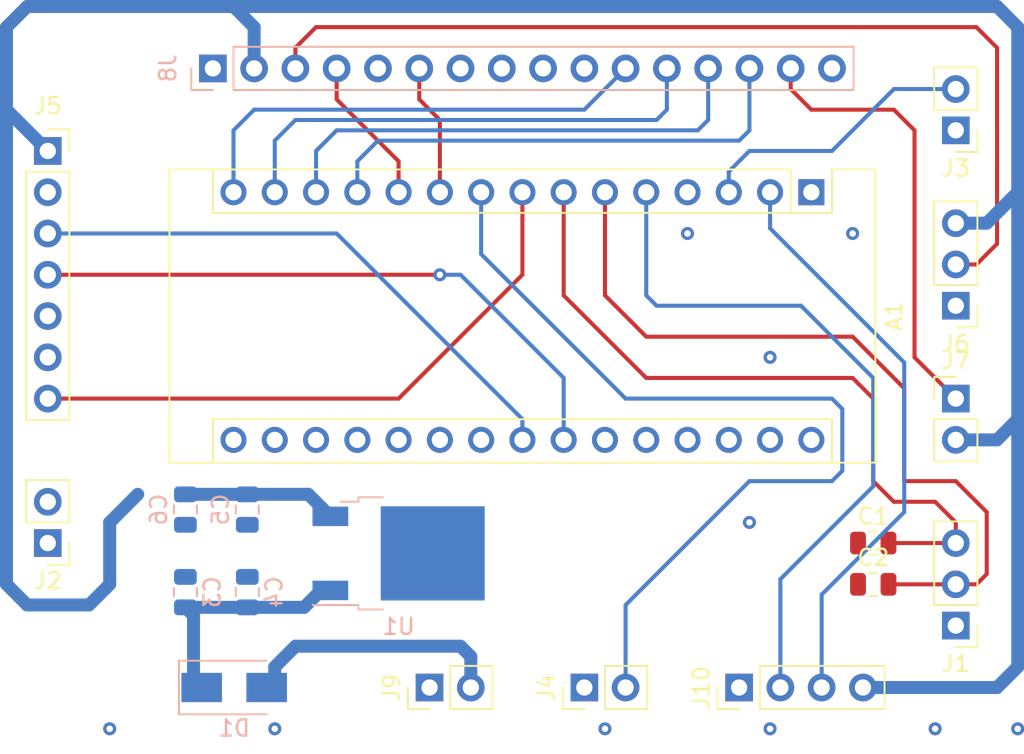
<source format=kicad_pcb>
(kicad_pcb (version 20171130) (host pcbnew "(5.1.6)-1")

  (general
    (thickness 1.6)
    (drawings 0)
    (tracks 143)
    (zones 0)
    (modules 19)
    (nets 40)
  )

  (page A4)
  (layers
    (0 F.Cu signal)
    (31 B.Cu signal)
    (32 B.Adhes user hide)
    (33 F.Adhes user hide)
    (34 B.Paste user hide)
    (35 F.Paste user hide)
    (36 B.SilkS user)
    (37 F.SilkS user)
    (38 B.Mask user hide)
    (39 F.Mask user hide)
    (40 Dwgs.User user hide)
    (41 Cmts.User user hide)
    (42 Eco1.User user hide)
    (43 Eco2.User user hide)
    (44 Edge.Cuts user hide)
    (45 Margin user hide)
    (46 B.CrtYd user hide)
    (47 F.CrtYd user hide)
    (48 B.Fab user)
    (49 F.Fab user)
  )

  (setup
    (last_trace_width 0.25)
    (user_trace_width 0.8)
    (user_trace_width 1)
    (trace_clearance 0.2)
    (zone_clearance 0.254)
    (zone_45_only no)
    (trace_min 0.2)
    (via_size 0.8)
    (via_drill 0.4)
    (via_min_size 0.4)
    (via_min_drill 0.3)
    (uvia_size 0.3)
    (uvia_drill 0.1)
    (uvias_allowed no)
    (uvia_min_size 0.2)
    (uvia_min_drill 0.1)
    (edge_width 0.05)
    (segment_width 0.2)
    (pcb_text_width 0.3)
    (pcb_text_size 1.5 1.5)
    (mod_edge_width 0.12)
    (mod_text_size 1 1)
    (mod_text_width 0.15)
    (pad_size 1.524 1.524)
    (pad_drill 0.762)
    (pad_to_mask_clearance 0.05)
    (aux_axis_origin 0 0)
    (visible_elements 7FFFFFFF)
    (pcbplotparams
      (layerselection 0x010fc_ffffffff)
      (usegerberextensions false)
      (usegerberattributes true)
      (usegerberadvancedattributes true)
      (creategerberjobfile true)
      (excludeedgelayer true)
      (linewidth 0.100000)
      (plotframeref false)
      (viasonmask false)
      (mode 1)
      (useauxorigin false)
      (hpglpennumber 1)
      (hpglpenspeed 20)
      (hpglpendiameter 15.000000)
      (psnegative false)
      (psa4output false)
      (plotreference true)
      (plotvalue true)
      (plotinvisibletext false)
      (padsonsilk false)
      (subtractmaskfromsilk false)
      (outputformat 1)
      (mirror false)
      (drillshape 1)
      (scaleselection 1)
      (outputdirectory ""))
  )

  (net 0 "")
  (net 1 "Net-(A1-Pad16)")
  (net 2 D7)
  (net 3 "Net-(A1-Pad30)")
  (net 4 D6)
  (net 5 K)
  (net 6 D5)
  (net 7 "Net-(A1-Pad28)")
  (net 8 D4)
  (net 9 RS)
  (net 10 "Net-(A1-Pad26)")
  (net 11 "Net-(A1-Pad25)")
  (net 12 Résolution)
  (net 13 SCL)
  (net 14 CLK0)
  (net 15 SDA)
  (net 16 RotaryB)
  (net 17 Bande)
  (net 18 RotaryA)
  (net 19 "Net-(A1-Pad21)")
  (net 20 "Net-(A1-Pad20)")
  (net 21 "Net-(A1-Pad19)")
  (net 22 RST)
  (net 23 "Net-(A1-Pad18)")
  (net 24 "Net-(A1-Pad17)")
  (net 25 "Net-(A1-Pad1)")
  (net 26 V0)
  (net 27 A)
  (net 28 "Net-(J8-Pad10)")
  (net 29 "Net-(J8-Pad9)")
  (net 30 "Net-(J8-Pad8)")
  (net 31 "Net-(J8-Pad7)")
  (net 32 +5V)
  (net 33 PPS)
  (net 34 GPS_RX)
  (net 35 E)
  (net 36 +12V)
  (net 37 "Net-(J5-Pad6)")
  (net 38 "Net-(J5-Pad5)")
  (net 39 "Net-(C3-Pad1)")

  (net_class Default "This is the default net class."
    (clearance 0.2)
    (trace_width 0.25)
    (via_dia 0.8)
    (via_drill 0.4)
    (uvia_dia 0.3)
    (uvia_drill 0.1)
    (add_net +12V)
    (add_net +5V)
    (add_net A)
    (add_net Bande)
    (add_net CLK0)
    (add_net D4)
    (add_net D5)
    (add_net D6)
    (add_net D7)
    (add_net E)
    (add_net GPS_RX)
    (add_net K)
    (add_net "Net-(A1-Pad1)")
    (add_net "Net-(A1-Pad16)")
    (add_net "Net-(A1-Pad17)")
    (add_net "Net-(A1-Pad18)")
    (add_net "Net-(A1-Pad19)")
    (add_net "Net-(A1-Pad20)")
    (add_net "Net-(A1-Pad21)")
    (add_net "Net-(A1-Pad25)")
    (add_net "Net-(A1-Pad26)")
    (add_net "Net-(A1-Pad28)")
    (add_net "Net-(A1-Pad30)")
    (add_net "Net-(C3-Pad1)")
    (add_net "Net-(J5-Pad5)")
    (add_net "Net-(J5-Pad6)")
    (add_net "Net-(J8-Pad10)")
    (add_net "Net-(J8-Pad7)")
    (add_net "Net-(J8-Pad8)")
    (add_net "Net-(J8-Pad9)")
    (add_net PPS)
    (add_net RS)
    (add_net RST)
    (add_net RotaryA)
    (add_net RotaryB)
    (add_net Résolution)
    (add_net SCL)
    (add_net SDA)
    (add_net V0)
  )

  (module Diode_SMD:D_SMA (layer B.Cu) (tedit 586432E5) (tstamp 5F2AF870)
    (at 104.18 68.58)
    (descr "Diode SMA (DO-214AC)")
    (tags "Diode SMA (DO-214AC)")
    (path /5F441BF1)
    (attr smd)
    (fp_text reference D1 (at 0 2.5) (layer B.SilkS)
      (effects (font (size 1 1) (thickness 0.15)) (justify mirror))
    )
    (fp_text value D_Schottky (at 0 -2.6) (layer B.Fab)
      (effects (font (size 1 1) (thickness 0.15)) (justify mirror))
    )
    (fp_text user %R (at 0 2.5) (layer B.Fab)
      (effects (font (size 1 1) (thickness 0.15)) (justify mirror))
    )
    (fp_line (start -3.4 1.65) (end -3.4 -1.65) (layer B.SilkS) (width 0.12))
    (fp_line (start 2.3 -1.5) (end -2.3 -1.5) (layer B.Fab) (width 0.1))
    (fp_line (start -2.3 -1.5) (end -2.3 1.5) (layer B.Fab) (width 0.1))
    (fp_line (start 2.3 1.5) (end 2.3 -1.5) (layer B.Fab) (width 0.1))
    (fp_line (start 2.3 1.5) (end -2.3 1.5) (layer B.Fab) (width 0.1))
    (fp_line (start -3.5 1.75) (end 3.5 1.75) (layer B.CrtYd) (width 0.05))
    (fp_line (start 3.5 1.75) (end 3.5 -1.75) (layer B.CrtYd) (width 0.05))
    (fp_line (start 3.5 -1.75) (end -3.5 -1.75) (layer B.CrtYd) (width 0.05))
    (fp_line (start -3.5 -1.75) (end -3.5 1.75) (layer B.CrtYd) (width 0.05))
    (fp_line (start -0.64944 -0.00102) (end -1.55114 -0.00102) (layer B.Fab) (width 0.1))
    (fp_line (start 0.50118 -0.00102) (end 1.4994 -0.00102) (layer B.Fab) (width 0.1))
    (fp_line (start -0.64944 0.79908) (end -0.64944 -0.80112) (layer B.Fab) (width 0.1))
    (fp_line (start 0.50118 -0.75032) (end 0.50118 0.79908) (layer B.Fab) (width 0.1))
    (fp_line (start -0.64944 -0.00102) (end 0.50118 -0.75032) (layer B.Fab) (width 0.1))
    (fp_line (start -0.64944 -0.00102) (end 0.50118 0.79908) (layer B.Fab) (width 0.1))
    (fp_line (start -3.4 -1.65) (end 2 -1.65) (layer B.SilkS) (width 0.12))
    (fp_line (start -3.4 1.65) (end 2 1.65) (layer B.SilkS) (width 0.12))
    (pad 2 smd rect (at 2 0) (size 2.5 1.8) (layers B.Cu B.Paste B.Mask)
      (net 36 +12V))
    (pad 1 smd rect (at -2 0) (size 2.5 1.8) (layers B.Cu B.Paste B.Mask)
      (net 39 "Net-(C3-Pad1)"))
    (model ${KISYS3DMOD}/Diode_SMD.3dshapes/D_SMA.wrl
      (at (xyz 0 0 0))
      (scale (xyz 1 1 1))
      (rotate (xyz 0 0 0))
    )
  )

  (module Package_TO_SOT_SMD:TO-252-2 (layer B.Cu) (tedit 5A70A390) (tstamp 5F2AFA66)
    (at 114.3 60.325)
    (descr "TO-252 / DPAK SMD package, http://www.infineon.com/cms/en/product/packages/PG-TO252/PG-TO252-3-1/")
    (tags "DPAK TO-252 DPAK-3 TO-252-3 SOT-428")
    (path /5F44051C)
    (attr smd)
    (fp_text reference U1 (at 0 4.5 180) (layer B.SilkS)
      (effects (font (size 1 1) (thickness 0.15)) (justify mirror))
    )
    (fp_text value L7805 (at 0 -4.5 180) (layer B.Fab)
      (effects (font (size 1 1) (thickness 0.15)) (justify mirror))
    )
    (fp_line (start 5.55 3.5) (end -5.55 3.5) (layer B.CrtYd) (width 0.05))
    (fp_line (start 5.55 -3.5) (end 5.55 3.5) (layer B.CrtYd) (width 0.05))
    (fp_line (start -5.55 -3.5) (end 5.55 -3.5) (layer B.CrtYd) (width 0.05))
    (fp_line (start -5.55 3.5) (end -5.55 -3.5) (layer B.CrtYd) (width 0.05))
    (fp_line (start -2.47 -3.18) (end -3.57 -3.18) (layer B.SilkS) (width 0.12))
    (fp_line (start -2.47 -3.45) (end -2.47 -3.18) (layer B.SilkS) (width 0.12))
    (fp_line (start -0.97 -3.45) (end -2.47 -3.45) (layer B.SilkS) (width 0.12))
    (fp_line (start -2.47 3.18) (end -5.3 3.18) (layer B.SilkS) (width 0.12))
    (fp_line (start -2.47 3.45) (end -2.47 3.18) (layer B.SilkS) (width 0.12))
    (fp_line (start -0.97 3.45) (end -2.47 3.45) (layer B.SilkS) (width 0.12))
    (fp_line (start -4.97 -2.655) (end -2.27 -2.655) (layer B.Fab) (width 0.1))
    (fp_line (start -4.97 -1.905) (end -4.97 -2.655) (layer B.Fab) (width 0.1))
    (fp_line (start -2.27 -1.905) (end -4.97 -1.905) (layer B.Fab) (width 0.1))
    (fp_line (start -4.97 1.905) (end -2.27 1.905) (layer B.Fab) (width 0.1))
    (fp_line (start -4.97 2.655) (end -4.97 1.905) (layer B.Fab) (width 0.1))
    (fp_line (start -1.865 2.655) (end -4.97 2.655) (layer B.Fab) (width 0.1))
    (fp_line (start -1.27 3.25) (end 3.95 3.25) (layer B.Fab) (width 0.1))
    (fp_line (start -2.27 2.25) (end -1.27 3.25) (layer B.Fab) (width 0.1))
    (fp_line (start -2.27 -3.25) (end -2.27 2.25) (layer B.Fab) (width 0.1))
    (fp_line (start 3.95 -3.25) (end -2.27 -3.25) (layer B.Fab) (width 0.1))
    (fp_line (start 3.95 3.25) (end 3.95 -3.25) (layer B.Fab) (width 0.1))
    (fp_line (start 4.95 -2.7) (end 3.95 -2.7) (layer B.Fab) (width 0.1))
    (fp_line (start 4.95 2.7) (end 4.95 -2.7) (layer B.Fab) (width 0.1))
    (fp_line (start 3.95 2.7) (end 4.95 2.7) (layer B.Fab) (width 0.1))
    (fp_text user %R (at 0 0 180) (layer B.Fab)
      (effects (font (size 1 1) (thickness 0.15)) (justify mirror))
    )
    (pad "" smd rect (at 0.425 -1.525) (size 3.05 2.75) (layers B.Paste))
    (pad "" smd rect (at 3.775 1.525) (size 3.05 2.75) (layers B.Paste))
    (pad "" smd rect (at 0.425 1.525) (size 3.05 2.75) (layers B.Paste))
    (pad "" smd rect (at 3.775 -1.525) (size 3.05 2.75) (layers B.Paste))
    (pad 2 smd rect (at 2.1 0) (size 6.4 5.8) (layers B.Cu B.Mask)
      (net 5 K))
    (pad 3 smd rect (at -4.2 -2.28) (size 2.2 1.2) (layers B.Cu B.Paste B.Mask)
      (net 32 +5V))
    (pad 1 smd rect (at -4.2 2.28) (size 2.2 1.2) (layers B.Cu B.Paste B.Mask)
      (net 39 "Net-(C3-Pad1)"))
    (model ${KISYS3DMOD}/Package_TO_SOT_SMD.3dshapes/TO-252-2.wrl
      (at (xyz 0 0 0))
      (scale (xyz 1 1 1))
      (rotate (xyz 0 0 0))
    )
  )

  (module Module:Arduino_Nano (layer F.Cu) (tedit 58ACAF70) (tstamp 5F2AF798)
    (at 139.7 38.1 270)
    (descr "Arduino Nano, http://www.mouser.com/pdfdocs/Gravitech_Arduino_Nano3_0.pdf")
    (tags "Arduino Nano")
    (path /5F40DF5B)
    (fp_text reference A1 (at 7.62 -5.08 90) (layer F.SilkS)
      (effects (font (size 1 1) (thickness 0.15)))
    )
    (fp_text value Arduino_Nano_v3.x (at 8.89 19.05) (layer F.Fab)
      (effects (font (size 1 1) (thickness 0.15)))
    )
    (fp_line (start 16.75 42.16) (end -1.53 42.16) (layer F.CrtYd) (width 0.05))
    (fp_line (start 16.75 42.16) (end 16.75 -4.06) (layer F.CrtYd) (width 0.05))
    (fp_line (start -1.53 -4.06) (end -1.53 42.16) (layer F.CrtYd) (width 0.05))
    (fp_line (start -1.53 -4.06) (end 16.75 -4.06) (layer F.CrtYd) (width 0.05))
    (fp_line (start 16.51 -3.81) (end 16.51 39.37) (layer F.Fab) (width 0.1))
    (fp_line (start 0 -3.81) (end 16.51 -3.81) (layer F.Fab) (width 0.1))
    (fp_line (start -1.27 -2.54) (end 0 -3.81) (layer F.Fab) (width 0.1))
    (fp_line (start -1.27 39.37) (end -1.27 -2.54) (layer F.Fab) (width 0.1))
    (fp_line (start 16.51 39.37) (end -1.27 39.37) (layer F.Fab) (width 0.1))
    (fp_line (start 16.64 -3.94) (end -1.4 -3.94) (layer F.SilkS) (width 0.12))
    (fp_line (start 16.64 39.5) (end 16.64 -3.94) (layer F.SilkS) (width 0.12))
    (fp_line (start -1.4 39.5) (end 16.64 39.5) (layer F.SilkS) (width 0.12))
    (fp_line (start 3.81 41.91) (end 3.81 31.75) (layer F.Fab) (width 0.1))
    (fp_line (start 11.43 41.91) (end 3.81 41.91) (layer F.Fab) (width 0.1))
    (fp_line (start 11.43 31.75) (end 11.43 41.91) (layer F.Fab) (width 0.1))
    (fp_line (start 3.81 31.75) (end 11.43 31.75) (layer F.Fab) (width 0.1))
    (fp_line (start 1.27 36.83) (end -1.4 36.83) (layer F.SilkS) (width 0.12))
    (fp_line (start 1.27 1.27) (end 1.27 36.83) (layer F.SilkS) (width 0.12))
    (fp_line (start 1.27 1.27) (end -1.4 1.27) (layer F.SilkS) (width 0.12))
    (fp_line (start 13.97 36.83) (end 16.64 36.83) (layer F.SilkS) (width 0.12))
    (fp_line (start 13.97 -1.27) (end 13.97 36.83) (layer F.SilkS) (width 0.12))
    (fp_line (start 13.97 -1.27) (end 16.64 -1.27) (layer F.SilkS) (width 0.12))
    (fp_line (start -1.4 -3.94) (end -1.4 -1.27) (layer F.SilkS) (width 0.12))
    (fp_line (start -1.4 1.27) (end -1.4 39.5) (layer F.SilkS) (width 0.12))
    (fp_line (start 1.27 -1.27) (end -1.4 -1.27) (layer F.SilkS) (width 0.12))
    (fp_line (start 1.27 1.27) (end 1.27 -1.27) (layer F.SilkS) (width 0.12))
    (fp_text user %R (at 6.35 19.05) (layer F.Fab)
      (effects (font (size 1 1) (thickness 0.15)))
    )
    (pad 16 thru_hole oval (at 15.24 35.56 270) (size 1.6 1.6) (drill 1) (layers *.Cu *.Mask)
      (net 1 "Net-(A1-Pad16)"))
    (pad 15 thru_hole oval (at 0 35.56 270) (size 1.6 1.6) (drill 1) (layers *.Cu *.Mask)
      (net 8 D4))
    (pad 30 thru_hole oval (at 15.24 0 270) (size 1.6 1.6) (drill 1) (layers *.Cu *.Mask)
      (net 3 "Net-(A1-Pad30)"))
    (pad 14 thru_hole oval (at 0 33.02 270) (size 1.6 1.6) (drill 1) (layers *.Cu *.Mask)
      (net 6 D5))
    (pad 29 thru_hole oval (at 15.24 2.54 270) (size 1.6 1.6) (drill 1) (layers *.Cu *.Mask)
      (net 5 K))
    (pad 13 thru_hole oval (at 0 30.48 270) (size 1.6 1.6) (drill 1) (layers *.Cu *.Mask)
      (net 4 D6))
    (pad 28 thru_hole oval (at 15.24 5.08 270) (size 1.6 1.6) (drill 1) (layers *.Cu *.Mask)
      (net 7 "Net-(A1-Pad28)"))
    (pad 12 thru_hole oval (at 0 27.94 270) (size 1.6 1.6) (drill 1) (layers *.Cu *.Mask)
      (net 2 D7))
    (pad 27 thru_hole oval (at 15.24 7.62 270) (size 1.6 1.6) (drill 1) (layers *.Cu *.Mask)
      (net 32 +5V))
    (pad 11 thru_hole oval (at 0 25.4 270) (size 1.6 1.6) (drill 1) (layers *.Cu *.Mask)
      (net 9 RS))
    (pad 26 thru_hole oval (at 15.24 10.16 270) (size 1.6 1.6) (drill 1) (layers *.Cu *.Mask)
      (net 10 "Net-(A1-Pad26)"))
    (pad 10 thru_hole oval (at 0 22.86 270) (size 1.6 1.6) (drill 1) (layers *.Cu *.Mask)
      (net 35 E))
    (pad 25 thru_hole oval (at 15.24 12.7 270) (size 1.6 1.6) (drill 1) (layers *.Cu *.Mask)
      (net 11 "Net-(A1-Pad25)"))
    (pad 9 thru_hole oval (at 0 20.32 270) (size 1.6 1.6) (drill 1) (layers *.Cu *.Mask)
      (net 12 Résolution))
    (pad 24 thru_hole oval (at 15.24 15.24 270) (size 1.6 1.6) (drill 1) (layers *.Cu *.Mask)
      (net 13 SCL))
    (pad 8 thru_hole oval (at 0 17.78 270) (size 1.6 1.6) (drill 1) (layers *.Cu *.Mask)
      (net 14 CLK0))
    (pad 23 thru_hole oval (at 15.24 17.78 270) (size 1.6 1.6) (drill 1) (layers *.Cu *.Mask)
      (net 15 SDA))
    (pad 7 thru_hole oval (at 0 15.24 270) (size 1.6 1.6) (drill 1) (layers *.Cu *.Mask)
      (net 16 RotaryB))
    (pad 22 thru_hole oval (at 15.24 20.32 270) (size 1.6 1.6) (drill 1) (layers *.Cu *.Mask)
      (net 17 Bande))
    (pad 6 thru_hole oval (at 0 12.7 270) (size 1.6 1.6) (drill 1) (layers *.Cu *.Mask)
      (net 18 RotaryA))
    (pad 21 thru_hole oval (at 15.24 22.86 270) (size 1.6 1.6) (drill 1) (layers *.Cu *.Mask)
      (net 19 "Net-(A1-Pad21)"))
    (pad 5 thru_hole oval (at 0 10.16 270) (size 1.6 1.6) (drill 1) (layers *.Cu *.Mask)
      (net 33 PPS))
    (pad 20 thru_hole oval (at 15.24 25.4 270) (size 1.6 1.6) (drill 1) (layers *.Cu *.Mask)
      (net 20 "Net-(A1-Pad20)"))
    (pad 4 thru_hole oval (at 0 7.62 270) (size 1.6 1.6) (drill 1) (layers *.Cu *.Mask)
      (net 5 K))
    (pad 19 thru_hole oval (at 15.24 27.94 270) (size 1.6 1.6) (drill 1) (layers *.Cu *.Mask)
      (net 21 "Net-(A1-Pad19)"))
    (pad 3 thru_hole oval (at 0 5.08 270) (size 1.6 1.6) (drill 1) (layers *.Cu *.Mask)
      (net 22 RST))
    (pad 18 thru_hole oval (at 15.24 30.48 270) (size 1.6 1.6) (drill 1) (layers *.Cu *.Mask)
      (net 23 "Net-(A1-Pad18)"))
    (pad 2 thru_hole oval (at 0 2.54 270) (size 1.6 1.6) (drill 1) (layers *.Cu *.Mask)
      (net 34 GPS_RX))
    (pad 17 thru_hole oval (at 15.24 33.02 270) (size 1.6 1.6) (drill 1) (layers *.Cu *.Mask)
      (net 24 "Net-(A1-Pad17)"))
    (pad 1 thru_hole rect (at 0 0 270) (size 1.6 1.6) (drill 1) (layers *.Cu *.Mask)
      (net 25 "Net-(A1-Pad1)"))
    (model ${KISYS3DMOD}/Module.3dshapes/Arduino_Nano_WithMountingHoles.wrl
      (at (xyz 0 0 0))
      (scale (xyz 1 1 1))
      (rotate (xyz 0 0 0))
    )
  )

  (module Connector_PinHeader_2.54mm:PinHeader_1x04_P2.54mm_Vertical (layer F.Cu) (tedit 59FED5CC) (tstamp 5F28437C)
    (at 135.255 68.58 90)
    (descr "Through hole straight pin header, 1x04, 2.54mm pitch, single row")
    (tags "Through hole pin header THT 1x04 2.54mm single row")
    (path /5F284423)
    (fp_text reference J10 (at 0 -2.33 90) (layer F.SilkS)
      (effects (font (size 1 1) (thickness 0.15)))
    )
    (fp_text value GPS (at 0 9.95 90) (layer F.Fab)
      (effects (font (size 1 1) (thickness 0.15)))
    )
    (fp_line (start 1.8 -1.8) (end -1.8 -1.8) (layer F.CrtYd) (width 0.05))
    (fp_line (start 1.8 9.4) (end 1.8 -1.8) (layer F.CrtYd) (width 0.05))
    (fp_line (start -1.8 9.4) (end 1.8 9.4) (layer F.CrtYd) (width 0.05))
    (fp_line (start -1.8 -1.8) (end -1.8 9.4) (layer F.CrtYd) (width 0.05))
    (fp_line (start -1.33 -1.33) (end 0 -1.33) (layer F.SilkS) (width 0.12))
    (fp_line (start -1.33 0) (end -1.33 -1.33) (layer F.SilkS) (width 0.12))
    (fp_line (start -1.33 1.27) (end 1.33 1.27) (layer F.SilkS) (width 0.12))
    (fp_line (start 1.33 1.27) (end 1.33 8.95) (layer F.SilkS) (width 0.12))
    (fp_line (start -1.33 1.27) (end -1.33 8.95) (layer F.SilkS) (width 0.12))
    (fp_line (start -1.33 8.95) (end 1.33 8.95) (layer F.SilkS) (width 0.12))
    (fp_line (start -1.27 -0.635) (end -0.635 -1.27) (layer F.Fab) (width 0.1))
    (fp_line (start -1.27 8.89) (end -1.27 -0.635) (layer F.Fab) (width 0.1))
    (fp_line (start 1.27 8.89) (end -1.27 8.89) (layer F.Fab) (width 0.1))
    (fp_line (start 1.27 -1.27) (end 1.27 8.89) (layer F.Fab) (width 0.1))
    (fp_line (start -0.635 -1.27) (end 1.27 -1.27) (layer F.Fab) (width 0.1))
    (fp_text user %R (at 0 3.81) (layer F.Fab)
      (effects (font (size 1 1) (thickness 0.15)))
    )
    (pad 4 thru_hole oval (at 0 7.62 90) (size 1.7 1.7) (drill 1) (layers *.Cu *.Mask)
      (net 32 +5V))
    (pad 3 thru_hole oval (at 0 5.08 90) (size 1.7 1.7) (drill 1) (layers *.Cu *.Mask)
      (net 34 GPS_RX))
    (pad 2 thru_hole oval (at 0 2.54 90) (size 1.7 1.7) (drill 1) (layers *.Cu *.Mask)
      (net 33 PPS))
    (pad 1 thru_hole rect (at 0 0 90) (size 1.7 1.7) (drill 1) (layers *.Cu *.Mask)
      (net 5 K))
    (model ${KISYS3DMOD}/Connector_PinHeader_2.54mm.3dshapes/PinHeader_1x04_P2.54mm_Vertical.wrl
      (at (xyz 0 0 0))
      (scale (xyz 1 1 1))
      (rotate (xyz 0 0 0))
    )
  )

  (module Capacitor_SMD:C_0805_2012Metric (layer B.Cu) (tedit 5B36C52B) (tstamp 5F2841C0)
    (at 101.18 57.63 270)
    (descr "Capacitor SMD 0805 (2012 Metric), square (rectangular) end terminal, IPC_7351 nominal, (Body size source: https://docs.google.com/spreadsheets/d/1BsfQQcO9C6DZCsRaXUlFlo91Tg2WpOkGARC1WS5S8t0/edit?usp=sharing), generated with kicad-footprint-generator")
    (tags capacitor)
    (path /5F2B36A3)
    (attr smd)
    (fp_text reference C6 (at 0 1.65 270) (layer B.SilkS)
      (effects (font (size 1 1) (thickness 0.15)) (justify mirror))
    )
    (fp_text value 4.7µF (at 0 -1.65 270) (layer B.Fab)
      (effects (font (size 1 1) (thickness 0.15)) (justify mirror))
    )
    (fp_line (start 1.68 -0.95) (end -1.68 -0.95) (layer B.CrtYd) (width 0.05))
    (fp_line (start 1.68 0.95) (end 1.68 -0.95) (layer B.CrtYd) (width 0.05))
    (fp_line (start -1.68 0.95) (end 1.68 0.95) (layer B.CrtYd) (width 0.05))
    (fp_line (start -1.68 -0.95) (end -1.68 0.95) (layer B.CrtYd) (width 0.05))
    (fp_line (start -0.258578 -0.71) (end 0.258578 -0.71) (layer B.SilkS) (width 0.12))
    (fp_line (start -0.258578 0.71) (end 0.258578 0.71) (layer B.SilkS) (width 0.12))
    (fp_line (start 1 -0.6) (end -1 -0.6) (layer B.Fab) (width 0.1))
    (fp_line (start 1 0.6) (end 1 -0.6) (layer B.Fab) (width 0.1))
    (fp_line (start -1 0.6) (end 1 0.6) (layer B.Fab) (width 0.1))
    (fp_line (start -1 -0.6) (end -1 0.6) (layer B.Fab) (width 0.1))
    (fp_text user %R (at 0 0 270) (layer B.Fab)
      (effects (font (size 0.5 0.5) (thickness 0.08)) (justify mirror))
    )
    (pad 2 smd roundrect (at 0.9375 0 270) (size 0.975 1.4) (layers B.Cu B.Paste B.Mask) (roundrect_rratio 0.25)
      (net 5 K))
    (pad 1 smd roundrect (at -0.9375 0 270) (size 0.975 1.4) (layers B.Cu B.Paste B.Mask) (roundrect_rratio 0.25)
      (net 32 +5V))
    (model ${KISYS3DMOD}/Capacitor_SMD.3dshapes/C_0805_2012Metric.wrl
      (at (xyz 0 0 0))
      (scale (xyz 1 1 1))
      (rotate (xyz 0 0 0))
    )
  )

  (module Capacitor_SMD:C_0805_2012Metric (layer B.Cu) (tedit 5B36C52B) (tstamp 5F26E134)
    (at 104.99 57.63 270)
    (descr "Capacitor SMD 0805 (2012 Metric), square (rectangular) end terminal, IPC_7351 nominal, (Body size source: https://docs.google.com/spreadsheets/d/1BsfQQcO9C6DZCsRaXUlFlo91Tg2WpOkGARC1WS5S8t0/edit?usp=sharing), generated with kicad-footprint-generator")
    (tags capacitor)
    (path /5F25CC0E)
    (attr smd)
    (fp_text reference C5 (at 0 1.65 270) (layer B.SilkS)
      (effects (font (size 1 1) (thickness 0.15)) (justify mirror))
    )
    (fp_text value 0.1µF (at 0 -1.65 270) (layer B.Fab)
      (effects (font (size 1 1) (thickness 0.15)) (justify mirror))
    )
    (fp_line (start 1.68 -0.95) (end -1.68 -0.95) (layer B.CrtYd) (width 0.05))
    (fp_line (start 1.68 0.95) (end 1.68 -0.95) (layer B.CrtYd) (width 0.05))
    (fp_line (start -1.68 0.95) (end 1.68 0.95) (layer B.CrtYd) (width 0.05))
    (fp_line (start -1.68 -0.95) (end -1.68 0.95) (layer B.CrtYd) (width 0.05))
    (fp_line (start -0.258578 -0.71) (end 0.258578 -0.71) (layer B.SilkS) (width 0.12))
    (fp_line (start -0.258578 0.71) (end 0.258578 0.71) (layer B.SilkS) (width 0.12))
    (fp_line (start 1 -0.6) (end -1 -0.6) (layer B.Fab) (width 0.1))
    (fp_line (start 1 0.6) (end 1 -0.6) (layer B.Fab) (width 0.1))
    (fp_line (start -1 0.6) (end 1 0.6) (layer B.Fab) (width 0.1))
    (fp_line (start -1 -0.6) (end -1 0.6) (layer B.Fab) (width 0.1))
    (fp_text user %R (at 0 0 270) (layer B.Fab)
      (effects (font (size 0.5 0.5) (thickness 0.08)) (justify mirror))
    )
    (pad 2 smd roundrect (at 0.9375 0 270) (size 0.975 1.4) (layers B.Cu B.Paste B.Mask) (roundrect_rratio 0.25)
      (net 5 K))
    (pad 1 smd roundrect (at -0.9375 0 270) (size 0.975 1.4) (layers B.Cu B.Paste B.Mask) (roundrect_rratio 0.25)
      (net 32 +5V))
    (model ${KISYS3DMOD}/Capacitor_SMD.3dshapes/C_0805_2012Metric.wrl
      (at (xyz 0 0 0))
      (scale (xyz 1 1 1))
      (rotate (xyz 0 0 0))
    )
  )

  (module Capacitor_SMD:C_0805_2012Metric (layer B.Cu) (tedit 5B36C52B) (tstamp 5F26E10D)
    (at 104.99 62.71 90)
    (descr "Capacitor SMD 0805 (2012 Metric), square (rectangular) end terminal, IPC_7351 nominal, (Body size source: https://docs.google.com/spreadsheets/d/1BsfQQcO9C6DZCsRaXUlFlo91Tg2WpOkGARC1WS5S8t0/edit?usp=sharing), generated with kicad-footprint-generator")
    (tags capacitor)
    (path /5F25D57F)
    (attr smd)
    (fp_text reference C4 (at 0 1.65 270) (layer B.SilkS)
      (effects (font (size 1 1) (thickness 0.15)) (justify mirror))
    )
    (fp_text value 0.1µF (at 0 -1.65 270) (layer B.Fab)
      (effects (font (size 1 1) (thickness 0.15)) (justify mirror))
    )
    (fp_line (start 1.68 -0.95) (end -1.68 -0.95) (layer B.CrtYd) (width 0.05))
    (fp_line (start 1.68 0.95) (end 1.68 -0.95) (layer B.CrtYd) (width 0.05))
    (fp_line (start -1.68 0.95) (end 1.68 0.95) (layer B.CrtYd) (width 0.05))
    (fp_line (start -1.68 -0.95) (end -1.68 0.95) (layer B.CrtYd) (width 0.05))
    (fp_line (start -0.258578 -0.71) (end 0.258578 -0.71) (layer B.SilkS) (width 0.12))
    (fp_line (start -0.258578 0.71) (end 0.258578 0.71) (layer B.SilkS) (width 0.12))
    (fp_line (start 1 -0.6) (end -1 -0.6) (layer B.Fab) (width 0.1))
    (fp_line (start 1 0.6) (end 1 -0.6) (layer B.Fab) (width 0.1))
    (fp_line (start -1 0.6) (end 1 0.6) (layer B.Fab) (width 0.1))
    (fp_line (start -1 -0.6) (end -1 0.6) (layer B.Fab) (width 0.1))
    (fp_text user %R (at 0 0 270) (layer B.Fab)
      (effects (font (size 0.5 0.5) (thickness 0.08)) (justify mirror))
    )
    (pad 2 smd roundrect (at 0.9375 0 90) (size 0.975 1.4) (layers B.Cu B.Paste B.Mask) (roundrect_rratio 0.25)
      (net 5 K))
    (pad 1 smd roundrect (at -0.9375 0 90) (size 0.975 1.4) (layers B.Cu B.Paste B.Mask) (roundrect_rratio 0.25)
      (net 39 "Net-(C3-Pad1)"))
    (model ${KISYS3DMOD}/Capacitor_SMD.3dshapes/C_0805_2012Metric.wrl
      (at (xyz 0 0 0))
      (scale (xyz 1 1 1))
      (rotate (xyz 0 0 0))
    )
  )

  (module Capacitor_SMD:C_0805_2012Metric (layer B.Cu) (tedit 5B36C52B) (tstamp 5F28418F)
    (at 101.18 62.71 90)
    (descr "Capacitor SMD 0805 (2012 Metric), square (rectangular) end terminal, IPC_7351 nominal, (Body size source: https://docs.google.com/spreadsheets/d/1BsfQQcO9C6DZCsRaXUlFlo91Tg2WpOkGARC1WS5S8t0/edit?usp=sharing), generated with kicad-footprint-generator")
    (tags capacitor)
    (path /5F2B32D0)
    (attr smd)
    (fp_text reference C3 (at 0 1.65 270) (layer B.SilkS)
      (effects (font (size 1 1) (thickness 0.15)) (justify mirror))
    )
    (fp_text value 4.7µF (at 0 -1.65 270) (layer B.Fab)
      (effects (font (size 1 1) (thickness 0.15)) (justify mirror))
    )
    (fp_line (start 1.68 -0.95) (end -1.68 -0.95) (layer B.CrtYd) (width 0.05))
    (fp_line (start 1.68 0.95) (end 1.68 -0.95) (layer B.CrtYd) (width 0.05))
    (fp_line (start -1.68 0.95) (end 1.68 0.95) (layer B.CrtYd) (width 0.05))
    (fp_line (start -1.68 -0.95) (end -1.68 0.95) (layer B.CrtYd) (width 0.05))
    (fp_line (start -0.258578 -0.71) (end 0.258578 -0.71) (layer B.SilkS) (width 0.12))
    (fp_line (start -0.258578 0.71) (end 0.258578 0.71) (layer B.SilkS) (width 0.12))
    (fp_line (start 1 -0.6) (end -1 -0.6) (layer B.Fab) (width 0.1))
    (fp_line (start 1 0.6) (end 1 -0.6) (layer B.Fab) (width 0.1))
    (fp_line (start -1 0.6) (end 1 0.6) (layer B.Fab) (width 0.1))
    (fp_line (start -1 -0.6) (end -1 0.6) (layer B.Fab) (width 0.1))
    (fp_text user %R (at 0 0 270) (layer B.Fab)
      (effects (font (size 0.5 0.5) (thickness 0.08)) (justify mirror))
    )
    (pad 2 smd roundrect (at 0.9375 0 90) (size 0.975 1.4) (layers B.Cu B.Paste B.Mask) (roundrect_rratio 0.25)
      (net 5 K))
    (pad 1 smd roundrect (at -0.9375 0 90) (size 0.975 1.4) (layers B.Cu B.Paste B.Mask) (roundrect_rratio 0.25)
      (net 39 "Net-(C3-Pad1)"))
    (model ${KISYS3DMOD}/Capacitor_SMD.3dshapes/C_0805_2012Metric.wrl
      (at (xyz 0 0 0))
      (scale (xyz 1 1 1))
      (rotate (xyz 0 0 0))
    )
  )

  (module Capacitor_SMD:C_0805_2012Metric (layer F.Cu) (tedit 5B36C52B) (tstamp 5F26E0BF)
    (at 143.51 62.23)
    (descr "Capacitor SMD 0805 (2012 Metric), square (rectangular) end terminal, IPC_7351 nominal, (Body size source: https://docs.google.com/spreadsheets/d/1BsfQQcO9C6DZCsRaXUlFlo91Tg2WpOkGARC1WS5S8t0/edit?usp=sharing), generated with kicad-footprint-generator")
    (tags capacitor)
    (path /5F25A97D)
    (attr smd)
    (fp_text reference C2 (at 0 -1.65) (layer F.SilkS)
      (effects (font (size 1 1) (thickness 0.15)))
    )
    (fp_text value 0.1µF (at 0 1.65) (layer F.Fab)
      (effects (font (size 1 1) (thickness 0.15)))
    )
    (fp_line (start 1.68 0.95) (end -1.68 0.95) (layer F.CrtYd) (width 0.05))
    (fp_line (start 1.68 -0.95) (end 1.68 0.95) (layer F.CrtYd) (width 0.05))
    (fp_line (start -1.68 -0.95) (end 1.68 -0.95) (layer F.CrtYd) (width 0.05))
    (fp_line (start -1.68 0.95) (end -1.68 -0.95) (layer F.CrtYd) (width 0.05))
    (fp_line (start -0.258578 0.71) (end 0.258578 0.71) (layer F.SilkS) (width 0.12))
    (fp_line (start -0.258578 -0.71) (end 0.258578 -0.71) (layer F.SilkS) (width 0.12))
    (fp_line (start 1 0.6) (end -1 0.6) (layer F.Fab) (width 0.1))
    (fp_line (start 1 -0.6) (end 1 0.6) (layer F.Fab) (width 0.1))
    (fp_line (start -1 -0.6) (end 1 -0.6) (layer F.Fab) (width 0.1))
    (fp_line (start -1 0.6) (end -1 -0.6) (layer F.Fab) (width 0.1))
    (fp_text user %R (at 0 0) (layer F.Fab)
      (effects (font (size 0.5 0.5) (thickness 0.08)))
    )
    (pad 2 smd roundrect (at 0.9375 0) (size 0.975 1.4) (layers F.Cu F.Paste F.Mask) (roundrect_rratio 0.25)
      (net 18 RotaryA))
    (pad 1 smd roundrect (at -0.9375 0) (size 0.975 1.4) (layers F.Cu F.Paste F.Mask) (roundrect_rratio 0.25)
      (net 5 K))
    (model ${KISYS3DMOD}/Capacitor_SMD.3dshapes/C_0805_2012Metric.wrl
      (at (xyz 0 0 0))
      (scale (xyz 1 1 1))
      (rotate (xyz 0 0 0))
    )
  )

  (module Capacitor_SMD:C_0805_2012Metric (layer F.Cu) (tedit 5B36C52B) (tstamp 5F26E0A8)
    (at 143.51 59.69)
    (descr "Capacitor SMD 0805 (2012 Metric), square (rectangular) end terminal, IPC_7351 nominal, (Body size source: https://docs.google.com/spreadsheets/d/1BsfQQcO9C6DZCsRaXUlFlo91Tg2WpOkGARC1WS5S8t0/edit?usp=sharing), generated with kicad-footprint-generator")
    (tags capacitor)
    (path /5F259C60)
    (attr smd)
    (fp_text reference C1 (at 0 -1.65) (layer F.SilkS)
      (effects (font (size 1 1) (thickness 0.15)))
    )
    (fp_text value 0.1µF (at 0 1.65) (layer F.Fab)
      (effects (font (size 1 1) (thickness 0.15)))
    )
    (fp_line (start 1.68 0.95) (end -1.68 0.95) (layer F.CrtYd) (width 0.05))
    (fp_line (start 1.68 -0.95) (end 1.68 0.95) (layer F.CrtYd) (width 0.05))
    (fp_line (start -1.68 -0.95) (end 1.68 -0.95) (layer F.CrtYd) (width 0.05))
    (fp_line (start -1.68 0.95) (end -1.68 -0.95) (layer F.CrtYd) (width 0.05))
    (fp_line (start -0.258578 0.71) (end 0.258578 0.71) (layer F.SilkS) (width 0.12))
    (fp_line (start -0.258578 -0.71) (end 0.258578 -0.71) (layer F.SilkS) (width 0.12))
    (fp_line (start 1 0.6) (end -1 0.6) (layer F.Fab) (width 0.1))
    (fp_line (start 1 -0.6) (end 1 0.6) (layer F.Fab) (width 0.1))
    (fp_line (start -1 -0.6) (end 1 -0.6) (layer F.Fab) (width 0.1))
    (fp_line (start -1 0.6) (end -1 -0.6) (layer F.Fab) (width 0.1))
    (fp_text user %R (at 0 0) (layer F.Fab)
      (effects (font (size 0.5 0.5) (thickness 0.08)))
    )
    (pad 2 smd roundrect (at 0.9375 0) (size 0.975 1.4) (layers F.Cu F.Paste F.Mask) (roundrect_rratio 0.25)
      (net 16 RotaryB))
    (pad 1 smd roundrect (at -0.9375 0) (size 0.975 1.4) (layers F.Cu F.Paste F.Mask) (roundrect_rratio 0.25)
      (net 5 K))
    (model ${KISYS3DMOD}/Capacitor_SMD.3dshapes/C_0805_2012Metric.wrl
      (at (xyz 0 0 0))
      (scale (xyz 1 1 1))
      (rotate (xyz 0 0 0))
    )
  )

  (module Connector_PinHeader_2.54mm:PinHeader_1x03_P2.54mm_Vertical (layer F.Cu) (tedit 59FED5CC) (tstamp 5F26E1E6)
    (at 148.59 45.085 180)
    (descr "Through hole straight pin header, 1x03, 2.54mm pitch, single row")
    (tags "Through hole pin header THT 1x03 2.54mm single row")
    (path /5F261CD2)
    (fp_text reference J6 (at 0 -2.33) (layer F.SilkS)
      (effects (font (size 1 1) (thickness 0.15)))
    )
    (fp_text value Contraste (at 0 7.41) (layer F.Fab)
      (effects (font (size 1 1) (thickness 0.15)))
    )
    (fp_line (start -0.635 -1.27) (end 1.27 -1.27) (layer F.Fab) (width 0.1))
    (fp_line (start 1.27 -1.27) (end 1.27 6.35) (layer F.Fab) (width 0.1))
    (fp_line (start 1.27 6.35) (end -1.27 6.35) (layer F.Fab) (width 0.1))
    (fp_line (start -1.27 6.35) (end -1.27 -0.635) (layer F.Fab) (width 0.1))
    (fp_line (start -1.27 -0.635) (end -0.635 -1.27) (layer F.Fab) (width 0.1))
    (fp_line (start -1.33 6.41) (end 1.33 6.41) (layer F.SilkS) (width 0.12))
    (fp_line (start -1.33 1.27) (end -1.33 6.41) (layer F.SilkS) (width 0.12))
    (fp_line (start 1.33 1.27) (end 1.33 6.41) (layer F.SilkS) (width 0.12))
    (fp_line (start -1.33 1.27) (end 1.33 1.27) (layer F.SilkS) (width 0.12))
    (fp_line (start -1.33 0) (end -1.33 -1.33) (layer F.SilkS) (width 0.12))
    (fp_line (start -1.33 -1.33) (end 0 -1.33) (layer F.SilkS) (width 0.12))
    (fp_line (start -1.8 -1.8) (end -1.8 6.85) (layer F.CrtYd) (width 0.05))
    (fp_line (start -1.8 6.85) (end 1.8 6.85) (layer F.CrtYd) (width 0.05))
    (fp_line (start 1.8 6.85) (end 1.8 -1.8) (layer F.CrtYd) (width 0.05))
    (fp_line (start 1.8 -1.8) (end -1.8 -1.8) (layer F.CrtYd) (width 0.05))
    (fp_text user %R (at 0 2.54 90) (layer F.Fab)
      (effects (font (size 1 1) (thickness 0.15)))
    )
    (pad 3 thru_hole oval (at 0 5.08 180) (size 1.7 1.7) (drill 1) (layers *.Cu *.Mask)
      (net 32 +5V))
    (pad 2 thru_hole oval (at 0 2.54 180) (size 1.7 1.7) (drill 1) (layers *.Cu *.Mask)
      (net 26 V0))
    (pad 1 thru_hole rect (at 0 0 180) (size 1.7 1.7) (drill 1) (layers *.Cu *.Mask)
      (net 5 K))
    (model ${KISYS3DMOD}/Connector_PinHeader_2.54mm.3dshapes/PinHeader_1x03_P2.54mm_Vertical.wrl
      (at (xyz 0 0 0))
      (scale (xyz 1 1 1))
      (rotate (xyz 0 0 0))
    )
  )

  (module Connector_PinHeader_2.54mm:PinHeader_1x02_P2.54mm_Vertical (layer F.Cu) (tedit 59FED5CC) (tstamp 5F271E62)
    (at 116.205 68.58 90)
    (descr "Through hole straight pin header, 1x02, 2.54mm pitch, single row")
    (tags "Through hole pin header THT 1x02 2.54mm single row")
    (path /5F27FCC2)
    (fp_text reference J9 (at 0 -2.33 90) (layer F.SilkS)
      (effects (font (size 1 1) (thickness 0.15)))
    )
    (fp_text value "Alim +12V" (at 0 4.87 90) (layer F.Fab)
      (effects (font (size 1 1) (thickness 0.15)))
    )
    (fp_line (start -0.635 -1.27) (end 1.27 -1.27) (layer F.Fab) (width 0.1))
    (fp_line (start 1.27 -1.27) (end 1.27 3.81) (layer F.Fab) (width 0.1))
    (fp_line (start 1.27 3.81) (end -1.27 3.81) (layer F.Fab) (width 0.1))
    (fp_line (start -1.27 3.81) (end -1.27 -0.635) (layer F.Fab) (width 0.1))
    (fp_line (start -1.27 -0.635) (end -0.635 -1.27) (layer F.Fab) (width 0.1))
    (fp_line (start -1.33 3.87) (end 1.33 3.87) (layer F.SilkS) (width 0.12))
    (fp_line (start -1.33 1.27) (end -1.33 3.87) (layer F.SilkS) (width 0.12))
    (fp_line (start 1.33 1.27) (end 1.33 3.87) (layer F.SilkS) (width 0.12))
    (fp_line (start -1.33 1.27) (end 1.33 1.27) (layer F.SilkS) (width 0.12))
    (fp_line (start -1.33 0) (end -1.33 -1.33) (layer F.SilkS) (width 0.12))
    (fp_line (start -1.33 -1.33) (end 0 -1.33) (layer F.SilkS) (width 0.12))
    (fp_line (start -1.8 -1.8) (end -1.8 4.35) (layer F.CrtYd) (width 0.05))
    (fp_line (start -1.8 4.35) (end 1.8 4.35) (layer F.CrtYd) (width 0.05))
    (fp_line (start 1.8 4.35) (end 1.8 -1.8) (layer F.CrtYd) (width 0.05))
    (fp_line (start 1.8 -1.8) (end -1.8 -1.8) (layer F.CrtYd) (width 0.05))
    (fp_text user %R (at 0 1.27) (layer F.Fab)
      (effects (font (size 1 1) (thickness 0.15)))
    )
    (pad 2 thru_hole oval (at 0 2.54 90) (size 1.7 1.7) (drill 1) (layers *.Cu *.Mask)
      (net 36 +12V))
    (pad 1 thru_hole rect (at 0 0 90) (size 1.7 1.7) (drill 1) (layers *.Cu *.Mask)
      (net 5 K))
    (model ${KISYS3DMOD}/Connector_PinHeader_2.54mm.3dshapes/PinHeader_1x02_P2.54mm_Vertical.wrl
      (at (xyz 0 0 0))
      (scale (xyz 1 1 1))
      (rotate (xyz 0 0 0))
    )
  )

  (module Connector_PinSocket_2.54mm:PinSocket_1x16_P2.54mm_Vertical (layer B.Cu) (tedit 5A19A41E) (tstamp 5F26E220)
    (at 102.87 30.48 270)
    (descr "Through hole straight socket strip, 1x16, 2.54mm pitch, single row (from Kicad 4.0.7), script generated")
    (tags "Through hole socket strip THT 1x16 2.54mm single row")
    (path /5F284F7A)
    (fp_text reference J8 (at 0 2.77 270) (layer B.SilkS)
      (effects (font (size 1 1) (thickness 0.15)) (justify mirror))
    )
    (fp_text value LCD (at 0 -40.87 270) (layer B.Fab)
      (effects (font (size 1 1) (thickness 0.15)) (justify mirror))
    )
    (fp_line (start -1.27 1.27) (end 0.635 1.27) (layer B.Fab) (width 0.1))
    (fp_line (start 0.635 1.27) (end 1.27 0.635) (layer B.Fab) (width 0.1))
    (fp_line (start 1.27 0.635) (end 1.27 -39.37) (layer B.Fab) (width 0.1))
    (fp_line (start 1.27 -39.37) (end -1.27 -39.37) (layer B.Fab) (width 0.1))
    (fp_line (start -1.27 -39.37) (end -1.27 1.27) (layer B.Fab) (width 0.1))
    (fp_line (start -1.33 -1.27) (end 1.33 -1.27) (layer B.SilkS) (width 0.12))
    (fp_line (start -1.33 -1.27) (end -1.33 -39.43) (layer B.SilkS) (width 0.12))
    (fp_line (start -1.33 -39.43) (end 1.33 -39.43) (layer B.SilkS) (width 0.12))
    (fp_line (start 1.33 -1.27) (end 1.33 -39.43) (layer B.SilkS) (width 0.12))
    (fp_line (start 1.33 1.33) (end 1.33 0) (layer B.SilkS) (width 0.12))
    (fp_line (start 0 1.33) (end 1.33 1.33) (layer B.SilkS) (width 0.12))
    (fp_line (start -1.8 1.8) (end 1.75 1.8) (layer B.CrtYd) (width 0.05))
    (fp_line (start 1.75 1.8) (end 1.75 -39.9) (layer B.CrtYd) (width 0.05))
    (fp_line (start 1.75 -39.9) (end -1.8 -39.9) (layer B.CrtYd) (width 0.05))
    (fp_line (start -1.8 -39.9) (end -1.8 1.8) (layer B.CrtYd) (width 0.05))
    (fp_text user %R (at 0 -19.05) (layer B.Fab)
      (effects (font (size 1 1) (thickness 0.15)) (justify mirror))
    )
    (pad 16 thru_hole oval (at 0 -38.1 270) (size 1.7 1.7) (drill 1) (layers *.Cu *.Mask)
      (net 5 K))
    (pad 15 thru_hole oval (at 0 -35.56 270) (size 1.7 1.7) (drill 1) (layers *.Cu *.Mask)
      (net 27 A))
    (pad 14 thru_hole oval (at 0 -33.02 270) (size 1.7 1.7) (drill 1) (layers *.Cu *.Mask)
      (net 2 D7))
    (pad 13 thru_hole oval (at 0 -30.48 270) (size 1.7 1.7) (drill 1) (layers *.Cu *.Mask)
      (net 4 D6))
    (pad 12 thru_hole oval (at 0 -27.94 270) (size 1.7 1.7) (drill 1) (layers *.Cu *.Mask)
      (net 6 D5))
    (pad 11 thru_hole oval (at 0 -25.4 270) (size 1.7 1.7) (drill 1) (layers *.Cu *.Mask)
      (net 8 D4))
    (pad 10 thru_hole oval (at 0 -22.86 270) (size 1.7 1.7) (drill 1) (layers *.Cu *.Mask)
      (net 28 "Net-(J8-Pad10)"))
    (pad 9 thru_hole oval (at 0 -20.32 270) (size 1.7 1.7) (drill 1) (layers *.Cu *.Mask)
      (net 29 "Net-(J8-Pad9)"))
    (pad 8 thru_hole oval (at 0 -17.78 270) (size 1.7 1.7) (drill 1) (layers *.Cu *.Mask)
      (net 30 "Net-(J8-Pad8)"))
    (pad 7 thru_hole oval (at 0 -15.24 270) (size 1.7 1.7) (drill 1) (layers *.Cu *.Mask)
      (net 31 "Net-(J8-Pad7)"))
    (pad 6 thru_hole oval (at 0 -12.7 270) (size 1.7 1.7) (drill 1) (layers *.Cu *.Mask)
      (net 35 E))
    (pad 5 thru_hole oval (at 0 -10.16 270) (size 1.7 1.7) (drill 1) (layers *.Cu *.Mask)
      (net 5 K))
    (pad 4 thru_hole oval (at 0 -7.62 270) (size 1.7 1.7) (drill 1) (layers *.Cu *.Mask)
      (net 9 RS))
    (pad 3 thru_hole oval (at 0 -5.08 270) (size 1.7 1.7) (drill 1) (layers *.Cu *.Mask)
      (net 26 V0))
    (pad 2 thru_hole oval (at 0 -2.54 270) (size 1.7 1.7) (drill 1) (layers *.Cu *.Mask)
      (net 32 +5V))
    (pad 1 thru_hole rect (at 0 0 270) (size 1.7 1.7) (drill 1) (layers *.Cu *.Mask)
      (net 5 K))
    (model ${KISYS3DMOD}/Connector_PinSocket_2.54mm.3dshapes/PinSocket_1x16_P2.54mm_Vertical.wrl
      (at (xyz 0 0 0))
      (scale (xyz 1 1 1))
      (rotate (xyz 0 0 0))
    )
  )

  (module Connector_PinHeader_2.54mm:PinHeader_1x02_P2.54mm_Vertical (layer F.Cu) (tedit 59FED5CC) (tstamp 5F26E1FC)
    (at 148.59 50.8)
    (descr "Through hole straight pin header, 1x02, 2.54mm pitch, single row")
    (tags "Through hole pin header THT 1x02 2.54mm single row")
    (path /5F2874D4)
    (fp_text reference J7 (at 0 -2.33) (layer F.SilkS)
      (effects (font (size 1 1) (thickness 0.15)))
    )
    (fp_text value Backlight (at 0 4.87) (layer F.Fab)
      (effects (font (size 1 1) (thickness 0.15)))
    )
    (fp_line (start -0.635 -1.27) (end 1.27 -1.27) (layer F.Fab) (width 0.1))
    (fp_line (start 1.27 -1.27) (end 1.27 3.81) (layer F.Fab) (width 0.1))
    (fp_line (start 1.27 3.81) (end -1.27 3.81) (layer F.Fab) (width 0.1))
    (fp_line (start -1.27 3.81) (end -1.27 -0.635) (layer F.Fab) (width 0.1))
    (fp_line (start -1.27 -0.635) (end -0.635 -1.27) (layer F.Fab) (width 0.1))
    (fp_line (start -1.33 3.87) (end 1.33 3.87) (layer F.SilkS) (width 0.12))
    (fp_line (start -1.33 1.27) (end -1.33 3.87) (layer F.SilkS) (width 0.12))
    (fp_line (start 1.33 1.27) (end 1.33 3.87) (layer F.SilkS) (width 0.12))
    (fp_line (start -1.33 1.27) (end 1.33 1.27) (layer F.SilkS) (width 0.12))
    (fp_line (start -1.33 0) (end -1.33 -1.33) (layer F.SilkS) (width 0.12))
    (fp_line (start -1.33 -1.33) (end 0 -1.33) (layer F.SilkS) (width 0.12))
    (fp_line (start -1.8 -1.8) (end -1.8 4.35) (layer F.CrtYd) (width 0.05))
    (fp_line (start -1.8 4.35) (end 1.8 4.35) (layer F.CrtYd) (width 0.05))
    (fp_line (start 1.8 4.35) (end 1.8 -1.8) (layer F.CrtYd) (width 0.05))
    (fp_line (start 1.8 -1.8) (end -1.8 -1.8) (layer F.CrtYd) (width 0.05))
    (fp_text user %R (at 0 1.27 -270) (layer F.Fab)
      (effects (font (size 1 1) (thickness 0.15)))
    )
    (pad 2 thru_hole oval (at 0 2.54) (size 1.7 1.7) (drill 1) (layers *.Cu *.Mask)
      (net 32 +5V))
    (pad 1 thru_hole rect (at 0 0) (size 1.7 1.7) (drill 1) (layers *.Cu *.Mask)
      (net 27 A))
    (model ${KISYS3DMOD}/Connector_PinHeader_2.54mm.3dshapes/PinHeader_1x02_P2.54mm_Vertical.wrl
      (at (xyz 0 0 0))
      (scale (xyz 1 1 1))
      (rotate (xyz 0 0 0))
    )
  )

  (module Connector_PinSocket_2.54mm:PinSocket_1x07_P2.54mm_Vertical (layer F.Cu) (tedit 5A19A433) (tstamp 5F26E1CF)
    (at 92.71 35.56)
    (descr "Through hole straight socket strip, 1x07, 2.54mm pitch, single row (from Kicad 4.0.7), script generated")
    (tags "Through hole socket strip THT 1x07 2.54mm single row")
    (path /5F271AFF)
    (fp_text reference J5 (at 0 -2.77) (layer F.SilkS)
      (effects (font (size 1 1) (thickness 0.15)))
    )
    (fp_text value Si5351 (at 0 18.01) (layer F.Fab)
      (effects (font (size 1 1) (thickness 0.15)))
    )
    (fp_line (start -1.27 -1.27) (end 0.635 -1.27) (layer F.Fab) (width 0.1))
    (fp_line (start 0.635 -1.27) (end 1.27 -0.635) (layer F.Fab) (width 0.1))
    (fp_line (start 1.27 -0.635) (end 1.27 16.51) (layer F.Fab) (width 0.1))
    (fp_line (start 1.27 16.51) (end -1.27 16.51) (layer F.Fab) (width 0.1))
    (fp_line (start -1.27 16.51) (end -1.27 -1.27) (layer F.Fab) (width 0.1))
    (fp_line (start -1.33 1.27) (end 1.33 1.27) (layer F.SilkS) (width 0.12))
    (fp_line (start -1.33 1.27) (end -1.33 16.57) (layer F.SilkS) (width 0.12))
    (fp_line (start -1.33 16.57) (end 1.33 16.57) (layer F.SilkS) (width 0.12))
    (fp_line (start 1.33 1.27) (end 1.33 16.57) (layer F.SilkS) (width 0.12))
    (fp_line (start 1.33 -1.33) (end 1.33 0) (layer F.SilkS) (width 0.12))
    (fp_line (start 0 -1.33) (end 1.33 -1.33) (layer F.SilkS) (width 0.12))
    (fp_line (start -1.8 -1.8) (end 1.75 -1.8) (layer F.CrtYd) (width 0.05))
    (fp_line (start 1.75 -1.8) (end 1.75 17) (layer F.CrtYd) (width 0.05))
    (fp_line (start 1.75 17) (end -1.8 17) (layer F.CrtYd) (width 0.05))
    (fp_line (start -1.8 17) (end -1.8 -1.8) (layer F.CrtYd) (width 0.05))
    (fp_text user %R (at 0 7.62 90) (layer F.Fab)
      (effects (font (size 1 1) (thickness 0.15)))
    )
    (pad 7 thru_hole oval (at 0 15.24) (size 1.7 1.7) (drill 1) (layers *.Cu *.Mask)
      (net 14 CLK0))
    (pad 6 thru_hole oval (at 0 12.7) (size 1.7 1.7) (drill 1) (layers *.Cu *.Mask)
      (net 37 "Net-(J5-Pad6)"))
    (pad 5 thru_hole oval (at 0 10.16) (size 1.7 1.7) (drill 1) (layers *.Cu *.Mask)
      (net 38 "Net-(J5-Pad5)"))
    (pad 4 thru_hole oval (at 0 7.62) (size 1.7 1.7) (drill 1) (layers *.Cu *.Mask)
      (net 13 SCL))
    (pad 3 thru_hole oval (at 0 5.08) (size 1.7 1.7) (drill 1) (layers *.Cu *.Mask)
      (net 15 SDA))
    (pad 2 thru_hole oval (at 0 2.54) (size 1.7 1.7) (drill 1) (layers *.Cu *.Mask)
      (net 5 K))
    (pad 1 thru_hole rect (at 0 0) (size 1.7 1.7) (drill 1) (layers *.Cu *.Mask)
      (net 32 +5V))
    (model ${KISYS3DMOD}/Connector_PinSocket_2.54mm.3dshapes/PinSocket_1x07_P2.54mm_Vertical.wrl
      (at (xyz 0 0 0))
      (scale (xyz 1 1 1))
      (rotate (xyz 0 0 0))
    )
  )

  (module Connector_PinHeader_2.54mm:PinHeader_1x02_P2.54mm_Vertical (layer F.Cu) (tedit 59FED5CC) (tstamp 5F26E1B4)
    (at 125.73 68.58 90)
    (descr "Through hole straight pin header, 1x02, 2.54mm pitch, single row")
    (tags "Through hole pin header THT 1x02 2.54mm single row")
    (path /5F2776AA)
    (fp_text reference J4 (at 0 -2.33 90) (layer F.SilkS)
      (effects (font (size 1 1) (thickness 0.15)))
    )
    (fp_text value Résolution (at 0 4.87 90) (layer F.Fab)
      (effects (font (size 1 1) (thickness 0.15)))
    )
    (fp_line (start -0.635 -1.27) (end 1.27 -1.27) (layer F.Fab) (width 0.1))
    (fp_line (start 1.27 -1.27) (end 1.27 3.81) (layer F.Fab) (width 0.1))
    (fp_line (start 1.27 3.81) (end -1.27 3.81) (layer F.Fab) (width 0.1))
    (fp_line (start -1.27 3.81) (end -1.27 -0.635) (layer F.Fab) (width 0.1))
    (fp_line (start -1.27 -0.635) (end -0.635 -1.27) (layer F.Fab) (width 0.1))
    (fp_line (start -1.33 3.87) (end 1.33 3.87) (layer F.SilkS) (width 0.12))
    (fp_line (start -1.33 1.27) (end -1.33 3.87) (layer F.SilkS) (width 0.12))
    (fp_line (start 1.33 1.27) (end 1.33 3.87) (layer F.SilkS) (width 0.12))
    (fp_line (start -1.33 1.27) (end 1.33 1.27) (layer F.SilkS) (width 0.12))
    (fp_line (start -1.33 0) (end -1.33 -1.33) (layer F.SilkS) (width 0.12))
    (fp_line (start -1.33 -1.33) (end 0 -1.33) (layer F.SilkS) (width 0.12))
    (fp_line (start -1.8 -1.8) (end -1.8 4.35) (layer F.CrtYd) (width 0.05))
    (fp_line (start -1.8 4.35) (end 1.8 4.35) (layer F.CrtYd) (width 0.05))
    (fp_line (start 1.8 4.35) (end 1.8 -1.8) (layer F.CrtYd) (width 0.05))
    (fp_line (start 1.8 -1.8) (end -1.8 -1.8) (layer F.CrtYd) (width 0.05))
    (fp_text user %R (at 0 1.27) (layer F.Fab)
      (effects (font (size 1 1) (thickness 0.15)))
    )
    (pad 2 thru_hole oval (at 0 2.54 90) (size 1.7 1.7) (drill 1) (layers *.Cu *.Mask)
      (net 12 Résolution))
    (pad 1 thru_hole rect (at 0 0 90) (size 1.7 1.7) (drill 1) (layers *.Cu *.Mask)
      (net 5 K))
    (model ${KISYS3DMOD}/Connector_PinHeader_2.54mm.3dshapes/PinHeader_1x02_P2.54mm_Vertical.wrl
      (at (xyz 0 0 0))
      (scale (xyz 1 1 1))
      (rotate (xyz 0 0 0))
    )
  )

  (module Connector_PinHeader_2.54mm:PinHeader_1x02_P2.54mm_Vertical (layer F.Cu) (tedit 59FED5CC) (tstamp 5F26E19E)
    (at 148.59 34.29 180)
    (descr "Through hole straight pin header, 1x02, 2.54mm pitch, single row")
    (tags "Through hole pin header THT 1x02 2.54mm single row")
    (path /5F2767FA)
    (fp_text reference J3 (at 0 -2.33) (layer F.SilkS)
      (effects (font (size 1 1) (thickness 0.15)))
    )
    (fp_text value Reset (at 0 4.87) (layer F.Fab)
      (effects (font (size 1 1) (thickness 0.15)))
    )
    (fp_line (start -0.635 -1.27) (end 1.27 -1.27) (layer F.Fab) (width 0.1))
    (fp_line (start 1.27 -1.27) (end 1.27 3.81) (layer F.Fab) (width 0.1))
    (fp_line (start 1.27 3.81) (end -1.27 3.81) (layer F.Fab) (width 0.1))
    (fp_line (start -1.27 3.81) (end -1.27 -0.635) (layer F.Fab) (width 0.1))
    (fp_line (start -1.27 -0.635) (end -0.635 -1.27) (layer F.Fab) (width 0.1))
    (fp_line (start -1.33 3.87) (end 1.33 3.87) (layer F.SilkS) (width 0.12))
    (fp_line (start -1.33 1.27) (end -1.33 3.87) (layer F.SilkS) (width 0.12))
    (fp_line (start 1.33 1.27) (end 1.33 3.87) (layer F.SilkS) (width 0.12))
    (fp_line (start -1.33 1.27) (end 1.33 1.27) (layer F.SilkS) (width 0.12))
    (fp_line (start -1.33 0) (end -1.33 -1.33) (layer F.SilkS) (width 0.12))
    (fp_line (start -1.33 -1.33) (end 0 -1.33) (layer F.SilkS) (width 0.12))
    (fp_line (start -1.8 -1.8) (end -1.8 4.35) (layer F.CrtYd) (width 0.05))
    (fp_line (start -1.8 4.35) (end 1.8 4.35) (layer F.CrtYd) (width 0.05))
    (fp_line (start 1.8 4.35) (end 1.8 -1.8) (layer F.CrtYd) (width 0.05))
    (fp_line (start 1.8 -1.8) (end -1.8 -1.8) (layer F.CrtYd) (width 0.05))
    (fp_text user %R (at 0 1.27 90) (layer F.Fab)
      (effects (font (size 1 1) (thickness 0.15)))
    )
    (pad 2 thru_hole oval (at 0 2.54 180) (size 1.7 1.7) (drill 1) (layers *.Cu *.Mask)
      (net 22 RST))
    (pad 1 thru_hole rect (at 0 0 180) (size 1.7 1.7) (drill 1) (layers *.Cu *.Mask)
      (net 5 K))
    (model ${KISYS3DMOD}/Connector_PinHeader_2.54mm.3dshapes/PinHeader_1x02_P2.54mm_Vertical.wrl
      (at (xyz 0 0 0))
      (scale (xyz 1 1 1))
      (rotate (xyz 0 0 0))
    )
  )

  (module Connector_PinHeader_2.54mm:PinHeader_1x02_P2.54mm_Vertical (layer F.Cu) (tedit 59FED5CC) (tstamp 5F26E188)
    (at 92.71 59.69 180)
    (descr "Through hole straight pin header, 1x02, 2.54mm pitch, single row")
    (tags "Through hole pin header THT 1x02 2.54mm single row")
    (path /5F2771DE)
    (fp_text reference J2 (at 0 -2.33) (layer F.SilkS)
      (effects (font (size 1 1) (thickness 0.15)))
    )
    (fp_text value Bande (at 0 4.87) (layer F.Fab)
      (effects (font (size 1 1) (thickness 0.15)))
    )
    (fp_line (start -0.635 -1.27) (end 1.27 -1.27) (layer F.Fab) (width 0.1))
    (fp_line (start 1.27 -1.27) (end 1.27 3.81) (layer F.Fab) (width 0.1))
    (fp_line (start 1.27 3.81) (end -1.27 3.81) (layer F.Fab) (width 0.1))
    (fp_line (start -1.27 3.81) (end -1.27 -0.635) (layer F.Fab) (width 0.1))
    (fp_line (start -1.27 -0.635) (end -0.635 -1.27) (layer F.Fab) (width 0.1))
    (fp_line (start -1.33 3.87) (end 1.33 3.87) (layer F.SilkS) (width 0.12))
    (fp_line (start -1.33 1.27) (end -1.33 3.87) (layer F.SilkS) (width 0.12))
    (fp_line (start 1.33 1.27) (end 1.33 3.87) (layer F.SilkS) (width 0.12))
    (fp_line (start -1.33 1.27) (end 1.33 1.27) (layer F.SilkS) (width 0.12))
    (fp_line (start -1.33 0) (end -1.33 -1.33) (layer F.SilkS) (width 0.12))
    (fp_line (start -1.33 -1.33) (end 0 -1.33) (layer F.SilkS) (width 0.12))
    (fp_line (start -1.8 -1.8) (end -1.8 4.35) (layer F.CrtYd) (width 0.05))
    (fp_line (start -1.8 4.35) (end 1.8 4.35) (layer F.CrtYd) (width 0.05))
    (fp_line (start 1.8 4.35) (end 1.8 -1.8) (layer F.CrtYd) (width 0.05))
    (fp_line (start 1.8 -1.8) (end -1.8 -1.8) (layer F.CrtYd) (width 0.05))
    (fp_text user %R (at 0 1.27 90) (layer F.Fab)
      (effects (font (size 1 1) (thickness 0.15)))
    )
    (pad 2 thru_hole oval (at 0 2.54 180) (size 1.7 1.7) (drill 1) (layers *.Cu *.Mask)
      (net 17 Bande))
    (pad 1 thru_hole rect (at 0 0 180) (size 1.7 1.7) (drill 1) (layers *.Cu *.Mask)
      (net 5 K))
    (model ${KISYS3DMOD}/Connector_PinHeader_2.54mm.3dshapes/PinHeader_1x02_P2.54mm_Vertical.wrl
      (at (xyz 0 0 0))
      (scale (xyz 1 1 1))
      (rotate (xyz 0 0 0))
    )
  )

  (module Connector_PinHeader_2.54mm:PinHeader_1x03_P2.54mm_Vertical (layer F.Cu) (tedit 59FED5CC) (tstamp 5F26E172)
    (at 148.59 64.77 180)
    (descr "Through hole straight pin header, 1x03, 2.54mm pitch, single row")
    (tags "Through hole pin header THT 1x03 2.54mm single row")
    (path /5F29F581)
    (fp_text reference J1 (at 0 -2.33) (layer F.SilkS)
      (effects (font (size 1 1) (thickness 0.15)))
    )
    (fp_text value Fréquence (at 0 7.41) (layer F.Fab)
      (effects (font (size 1 1) (thickness 0.15)))
    )
    (fp_line (start -0.635 -1.27) (end 1.27 -1.27) (layer F.Fab) (width 0.1))
    (fp_line (start 1.27 -1.27) (end 1.27 6.35) (layer F.Fab) (width 0.1))
    (fp_line (start 1.27 6.35) (end -1.27 6.35) (layer F.Fab) (width 0.1))
    (fp_line (start -1.27 6.35) (end -1.27 -0.635) (layer F.Fab) (width 0.1))
    (fp_line (start -1.27 -0.635) (end -0.635 -1.27) (layer F.Fab) (width 0.1))
    (fp_line (start -1.33 6.41) (end 1.33 6.41) (layer F.SilkS) (width 0.12))
    (fp_line (start -1.33 1.27) (end -1.33 6.41) (layer F.SilkS) (width 0.12))
    (fp_line (start 1.33 1.27) (end 1.33 6.41) (layer F.SilkS) (width 0.12))
    (fp_line (start -1.33 1.27) (end 1.33 1.27) (layer F.SilkS) (width 0.12))
    (fp_line (start -1.33 0) (end -1.33 -1.33) (layer F.SilkS) (width 0.12))
    (fp_line (start -1.33 -1.33) (end 0 -1.33) (layer F.SilkS) (width 0.12))
    (fp_line (start -1.8 -1.8) (end -1.8 6.85) (layer F.CrtYd) (width 0.05))
    (fp_line (start -1.8 6.85) (end 1.8 6.85) (layer F.CrtYd) (width 0.05))
    (fp_line (start 1.8 6.85) (end 1.8 -1.8) (layer F.CrtYd) (width 0.05))
    (fp_line (start 1.8 -1.8) (end -1.8 -1.8) (layer F.CrtYd) (width 0.05))
    (fp_text user %R (at 0 2.54 90) (layer F.Fab)
      (effects (font (size 1 1) (thickness 0.15)))
    )
    (pad 3 thru_hole oval (at 0 5.08 180) (size 1.7 1.7) (drill 1) (layers *.Cu *.Mask)
      (net 16 RotaryB))
    (pad 2 thru_hole oval (at 0 2.54 180) (size 1.7 1.7) (drill 1) (layers *.Cu *.Mask)
      (net 18 RotaryA))
    (pad 1 thru_hole rect (at 0 0 180) (size 1.7 1.7) (drill 1) (layers *.Cu *.Mask)
      (net 5 K))
    (model ${KISYS3DMOD}/Connector_PinHeader_2.54mm.3dshapes/PinHeader_1x03_P2.54mm_Vertical.wrl
      (at (xyz 0 0 0))
      (scale (xyz 1 1 1))
      (rotate (xyz 0 0 0))
    )
  )

  (segment (start 111.76 38.1) (end 111.76 36.195) (width 0.25) (layer B.Cu) (net 2))
  (segment (start 111.76 36.195) (end 113.03 34.925) (width 0.25) (layer B.Cu) (net 2))
  (segment (start 135.89 34.29) (end 135.89 30.48) (width 0.25) (layer B.Cu) (net 2))
  (segment (start 113.03 34.925) (end 135.255 34.925) (width 0.25) (layer B.Cu) (net 2))
  (segment (start 135.255 34.925) (end 135.89 34.29) (width 0.25) (layer B.Cu) (net 2))
  (segment (start 110.49 34.29) (end 132.715 34.29) (width 0.25) (layer B.Cu) (net 4))
  (segment (start 133.35 33.655) (end 133.35 30.48) (width 0.25) (layer B.Cu) (net 4))
  (segment (start 109.22 38.1) (end 109.22 35.56) (width 0.25) (layer B.Cu) (net 4))
  (segment (start 109.22 35.56) (end 110.49 34.29) (width 0.25) (layer B.Cu) (net 4))
  (segment (start 132.715 34.29) (end 133.35 33.655) (width 0.25) (layer B.Cu) (net 4))
  (via (at 132.08 40.64) (size 0.8) (drill 0.4) (layers F.Cu B.Cu) (net 5))
  (via (at 142.24 40.64) (size 0.8) (drill 0.4) (layers F.Cu B.Cu) (net 5))
  (via (at 135.89 58.42) (size 0.8) (drill 0.4) (layers F.Cu B.Cu) (net 5))
  (via (at 106.68 71.12) (size 0.8) (drill 0.4) (layers F.Cu B.Cu) (net 5))
  (via (at 96.52 71.12) (size 0.8) (drill 0.4) (layers F.Cu B.Cu) (net 5))
  (via (at 127 71.12) (size 0.8) (drill 0.4) (layers F.Cu B.Cu) (net 5))
  (via (at 137.16 71.12) (size 0.8) (drill 0.4) (layers F.Cu B.Cu) (net 5))
  (via (at 147.32 71.12) (size 0.8) (drill 0.4) (layers F.Cu B.Cu) (net 5))
  (via (at 152.4 71.12) (size 0.8) (drill 0.4) (layers F.Cu B.Cu) (net 5))
  (via (at 137.16 48.26) (size 0.8) (drill 0.4) (layers F.Cu B.Cu) (net 5))
  (segment (start 130.81 33.02) (end 130.81 30.48) (width 0.25) (layer B.Cu) (net 6))
  (segment (start 130.175 33.655) (end 130.81 33.02) (width 0.25) (layer B.Cu) (net 6))
  (segment (start 106.68 38.1) (end 106.68 34.925) (width 0.25) (layer B.Cu) (net 6))
  (segment (start 107.95 33.655) (end 130.175 33.655) (width 0.25) (layer B.Cu) (net 6))
  (segment (start 106.68 34.925) (end 107.95 33.655) (width 0.25) (layer B.Cu) (net 6))
  (segment (start 125.73 33.02) (end 128.27 30.48) (width 0.25) (layer B.Cu) (net 8))
  (segment (start 104.14 34.29) (end 105.41 33.02) (width 0.25) (layer B.Cu) (net 8))
  (segment (start 105.41 33.02) (end 125.73 33.02) (width 0.25) (layer B.Cu) (net 8))
  (segment (start 104.14 38.1) (end 104.14 34.29) (width 0.25) (layer B.Cu) (net 8))
  (segment (start 110.49 30.48) (end 110.49 32.385) (width 0.25) (layer F.Cu) (net 9))
  (segment (start 110.49 32.385) (end 114.3 36.195) (width 0.25) (layer F.Cu) (net 9))
  (segment (start 114.3 36.195) (end 114.3 38.1) (width 0.25) (layer F.Cu) (net 9))
  (segment (start 128.27 50.8) (end 119.38 41.91) (width 0.25) (layer B.Cu) (net 12))
  (segment (start 140.97 50.8) (end 128.27 50.8) (width 0.25) (layer B.Cu) (net 12))
  (segment (start 119.38 41.91) (end 119.38 38.1) (width 0.25) (layer B.Cu) (net 12))
  (segment (start 141.605 51.435) (end 140.97 50.8) (width 0.25) (layer B.Cu) (net 12))
  (segment (start 128.27 63.5) (end 135.89 55.88) (width 0.25) (layer B.Cu) (net 12))
  (segment (start 128.27 68.58) (end 128.27 63.5) (width 0.25) (layer B.Cu) (net 12))
  (segment (start 135.89 55.88) (end 140.97 55.88) (width 0.25) (layer B.Cu) (net 12))
  (segment (start 140.97 55.88) (end 141.605 55.245) (width 0.25) (layer B.Cu) (net 12))
  (segment (start 141.605 55.245) (end 141.605 51.435) (width 0.25) (layer B.Cu) (net 12))
  (via (at 116.84 43.18) (size 0.8) (drill 0.4) (layers F.Cu B.Cu) (net 13))
  (segment (start 92.71 43.18) (end 116.84 43.18) (width 0.25) (layer F.Cu) (net 13))
  (segment (start 116.84 43.18) (end 118.11 43.18) (width 0.25) (layer B.Cu) (net 13))
  (segment (start 124.46 49.53) (end 124.46 53.34) (width 0.25) (layer B.Cu) (net 13))
  (segment (start 118.11 43.18) (end 124.46 49.53) (width 0.25) (layer B.Cu) (net 13))
  (segment (start 121.92 38.1) (end 121.92 43.18) (width 0.25) (layer F.Cu) (net 14))
  (segment (start 121.92 43.18) (end 114.3 50.8) (width 0.25) (layer F.Cu) (net 14))
  (segment (start 114.3 50.8) (end 92.71 50.8) (width 0.25) (layer F.Cu) (net 14))
  (segment (start 92.71 40.64) (end 110.49 40.64) (width 0.25) (layer B.Cu) (net 15))
  (segment (start 121.92 52.07) (end 121.92 53.34) (width 0.25) (layer B.Cu) (net 15))
  (segment (start 110.49 40.64) (end 121.92 52.07) (width 0.25) (layer B.Cu) (net 15))
  (segment (start 148.5875 60.3275) (end 148.59 60.325) (width 0.25) (layer F.Cu) (net 16))
  (segment (start 144.4475 59.69) (end 148.59 59.69) (width 0.25) (layer F.Cu) (net 16))
  (segment (start 129.54 49.53) (end 124.46 44.45) (width 0.25) (layer F.Cu) (net 16))
  (segment (start 142.24 49.53) (end 129.54 49.53) (width 0.25) (layer F.Cu) (net 16))
  (segment (start 143.51 50.8) (end 142.24 49.53) (width 0.25) (layer F.Cu) (net 16))
  (segment (start 143.51 55.88) (end 143.51 50.8) (width 0.25) (layer F.Cu) (net 16))
  (segment (start 148.59 58.42) (end 147.32 57.15) (width 0.25) (layer F.Cu) (net 16))
  (segment (start 148.59 59.69) (end 148.59 58.42) (width 0.25) (layer F.Cu) (net 16))
  (segment (start 124.46 44.45) (end 124.46 38.1) (width 0.25) (layer F.Cu) (net 16))
  (segment (start 144.78 57.15) (end 143.51 55.88) (width 0.25) (layer F.Cu) (net 16))
  (segment (start 147.32 57.15) (end 144.78 57.15) (width 0.25) (layer F.Cu) (net 16))
  (segment (start 144.4475 62.23) (end 148.59 62.23) (width 0.25) (layer F.Cu) (net 18))
  (segment (start 127 44.45) (end 127 38.1) (width 0.25) (layer F.Cu) (net 18))
  (segment (start 129.54 46.99) (end 127 44.45) (width 0.25) (layer F.Cu) (net 18))
  (segment (start 142.24 46.99) (end 129.54 46.99) (width 0.25) (layer F.Cu) (net 18))
  (segment (start 145.415 50.165) (end 142.24 46.99) (width 0.25) (layer F.Cu) (net 18))
  (segment (start 145.415 55.88) (end 145.415 50.165) (width 0.25) (layer F.Cu) (net 18))
  (segment (start 149.86 62.23) (end 150.495 61.595) (width 0.25) (layer F.Cu) (net 18))
  (segment (start 148.59 62.23) (end 149.86 62.23) (width 0.25) (layer F.Cu) (net 18))
  (segment (start 150.495 57.785) (end 148.59 55.88) (width 0.25) (layer F.Cu) (net 18))
  (segment (start 150.495 61.595) (end 150.495 57.785) (width 0.25) (layer F.Cu) (net 18))
  (segment (start 148.59 55.88) (end 145.415 55.88) (width 0.25) (layer F.Cu) (net 18))
  (segment (start 144.78 31.75) (end 148.59 31.75) (width 0.25) (layer B.Cu) (net 22))
  (segment (start 140.97 35.56) (end 144.78 31.75) (width 0.25) (layer B.Cu) (net 22))
  (segment (start 135.89 35.56) (end 140.97 35.56) (width 0.25) (layer B.Cu) (net 22))
  (segment (start 134.62 38.1) (end 134.62 36.83) (width 0.25) (layer B.Cu) (net 22))
  (segment (start 134.62 36.83) (end 135.89 35.56) (width 0.25) (layer B.Cu) (net 22))
  (segment (start 149.86 42.545) (end 148.59 42.545) (width 0.25) (layer F.Cu) (net 26))
  (segment (start 151.13 41.275) (end 149.86 42.545) (width 0.25) (layer F.Cu) (net 26))
  (segment (start 107.95 29.21) (end 109.22 27.94) (width 0.25) (layer F.Cu) (net 26))
  (segment (start 107.95 30.48) (end 107.95 29.21) (width 0.25) (layer F.Cu) (net 26))
  (segment (start 151.13 29.21) (end 151.13 41.275) (width 0.25) (layer F.Cu) (net 26))
  (segment (start 109.22 27.94) (end 149.86 27.94) (width 0.25) (layer F.Cu) (net 26))
  (segment (start 149.86 27.94) (end 151.13 29.21) (width 0.25) (layer F.Cu) (net 26))
  (segment (start 146.05 48.26) (end 148.59 50.8) (width 0.25) (layer F.Cu) (net 27))
  (segment (start 138.43 31.75) (end 139.7 33.02) (width 0.25) (layer F.Cu) (net 27))
  (segment (start 144.78 33.02) (end 146.05 34.29) (width 0.25) (layer F.Cu) (net 27))
  (segment (start 138.43 30.48) (end 138.43 31.75) (width 0.25) (layer F.Cu) (net 27))
  (segment (start 139.7 33.02) (end 144.78 33.02) (width 0.25) (layer F.Cu) (net 27))
  (segment (start 146.05 34.29) (end 146.05 48.26) (width 0.25) (layer F.Cu) (net 27))
  (segment (start 150.495 40.005) (end 152.4 38.1) (width 0.8) (layer B.Cu) (net 32))
  (segment (start 152.4 27.94) (end 151.13 26.67) (width 0.8) (layer B.Cu) (net 32))
  (segment (start 148.59 40.005) (end 150.495 40.005) (width 0.8) (layer B.Cu) (net 32))
  (segment (start 152.4 38.1) (end 152.4 27.94) (width 0.8) (layer B.Cu) (net 32))
  (segment (start 105.41 30.48) (end 105.41 27.94) (width 0.8) (layer B.Cu) (net 32))
  (segment (start 105.41 27.94) (end 104.14 26.67) (width 0.8) (layer B.Cu) (net 32))
  (segment (start 151.13 26.67) (end 104.14 26.67) (width 0.8) (layer B.Cu) (net 32))
  (segment (start 152.4 38.1) (end 152.4 52.07) (width 0.8) (layer B.Cu) (net 32))
  (segment (start 151.13 53.34) (end 148.59 53.34) (width 0.8) (layer B.Cu) (net 32))
  (segment (start 152.4 52.07) (end 151.13 53.34) (width 0.8) (layer B.Cu) (net 32))
  (segment (start 152.4 52.07) (end 152.4 67.31) (width 0.8) (layer B.Cu) (net 32))
  (segment (start 152.4 67.31) (end 151.13 68.58) (width 0.8) (layer B.Cu) (net 32))
  (segment (start 151.13 68.58) (end 142.875 68.58) (width 0.8) (layer B.Cu) (net 32))
  (segment (start 104.14 26.67) (end 91.44 26.67) (width 0.8) (layer B.Cu) (net 32))
  (segment (start 90.17 33.02) (end 92.71 35.56) (width 0.8) (layer B.Cu) (net 32))
  (segment (start 90.17 27.94) (end 90.17 33.02) (width 0.8) (layer B.Cu) (net 32))
  (segment (start 91.44 26.67) (end 90.17 27.94) (width 0.8) (layer B.Cu) (net 32))
  (segment (start 90.17 62.23) (end 90.17 33.02) (width 0.8) (layer B.Cu) (net 32))
  (segment (start 91.44 63.5) (end 90.17 62.23) (width 0.8) (layer B.Cu) (net 32))
  (segment (start 98.2475 56.6925) (end 96.52 58.42) (width 0.8) (layer B.Cu) (net 32))
  (segment (start 96.52 62.23) (end 95.25 63.5) (width 0.8) (layer B.Cu) (net 32))
  (segment (start 96.52 58.42) (end 96.52 62.23) (width 0.8) (layer B.Cu) (net 32))
  (segment (start 95.25 63.5) (end 91.44 63.5) (width 0.8) (layer B.Cu) (net 32))
  (segment (start 139.065 45.085) (end 130.175 45.085) (width 0.25) (layer B.Cu) (net 33))
  (segment (start 143.51 49.53) (end 139.065 45.085) (width 0.25) (layer B.Cu) (net 33))
  (segment (start 143.51 56.1975) (end 143.51 49.53) (width 0.25) (layer B.Cu) (net 33))
  (segment (start 137.795 68.58) (end 137.795 61.9125) (width 0.25) (layer B.Cu) (net 33))
  (segment (start 137.795 61.9125) (end 143.51 56.1975) (width 0.25) (layer B.Cu) (net 33))
  (segment (start 129.54 44.45) (end 129.54 38.1) (width 0.25) (layer B.Cu) (net 33))
  (segment (start 130.175 45.085) (end 129.54 44.45) (width 0.25) (layer B.Cu) (net 33))
  (segment (start 140.335 62.865) (end 145.415 57.785) (width 0.25) (layer B.Cu) (net 34))
  (segment (start 137.16 40.3225) (end 137.16 38.1) (width 0.25) (layer B.Cu) (net 34))
  (segment (start 140.335 68.58) (end 140.335 62.865) (width 0.25) (layer B.Cu) (net 34))
  (segment (start 145.415 57.785) (end 145.415 48.5775) (width 0.25) (layer B.Cu) (net 34))
  (segment (start 145.415 48.5775) (end 137.16 40.3225) (width 0.25) (layer B.Cu) (net 34))
  (segment (start 115.57 30.48) (end 115.57 32.385) (width 0.25) (layer F.Cu) (net 35))
  (segment (start 115.57 32.385) (end 116.84 33.655) (width 0.25) (layer F.Cu) (net 35))
  (segment (start 116.84 33.655) (end 116.84 38.1) (width 0.25) (layer F.Cu) (net 35))
  (segment (start 118.11 66.04) (end 118.745 66.675) (width 0.8) (layer B.Cu) (net 36))
  (segment (start 107.95 66.04) (end 118.11 66.04) (width 0.8) (layer B.Cu) (net 36))
  (segment (start 118.745 66.675) (end 118.745 68.58) (width 0.8) (layer B.Cu) (net 36))
  (segment (start 106.68 68.58) (end 106.68 67.31) (width 0.8) (layer B.Cu) (net 36))
  (segment (start 106.68 67.31) (end 107.95 66.04) (width 0.8) (layer B.Cu) (net 36))
  (segment (start 108.7475 56.6925) (end 104.99 56.6925) (width 0.8) (layer B.Cu) (net 32))
  (segment (start 110.1 58.045) (end 108.7475 56.6925) (width 0.8) (layer B.Cu) (net 32))
  (segment (start 104.99 56.6925) (end 101.18 56.6925) (width 0.8) (layer B.Cu) (net 32))
  (segment (start 104.99 63.6475) (end 101.18 63.6475) (width 0.8) (layer B.Cu) (net 39))
  (segment (start 108.4825 63.6475) (end 104.99 63.6475) (width 0.8) (layer B.Cu) (net 39))
  (segment (start 109.68 62.45) (end 108.4825 63.6475) (width 0.8) (layer B.Cu) (net 39))
  (segment (start 101.68 64.1475) (end 101.18 63.6475) (width 0.8) (layer B.Cu) (net 39))
  (segment (start 101.68 68.58) (end 101.68 64.1475) (width 0.8) (layer B.Cu) (net 39))

)

</source>
